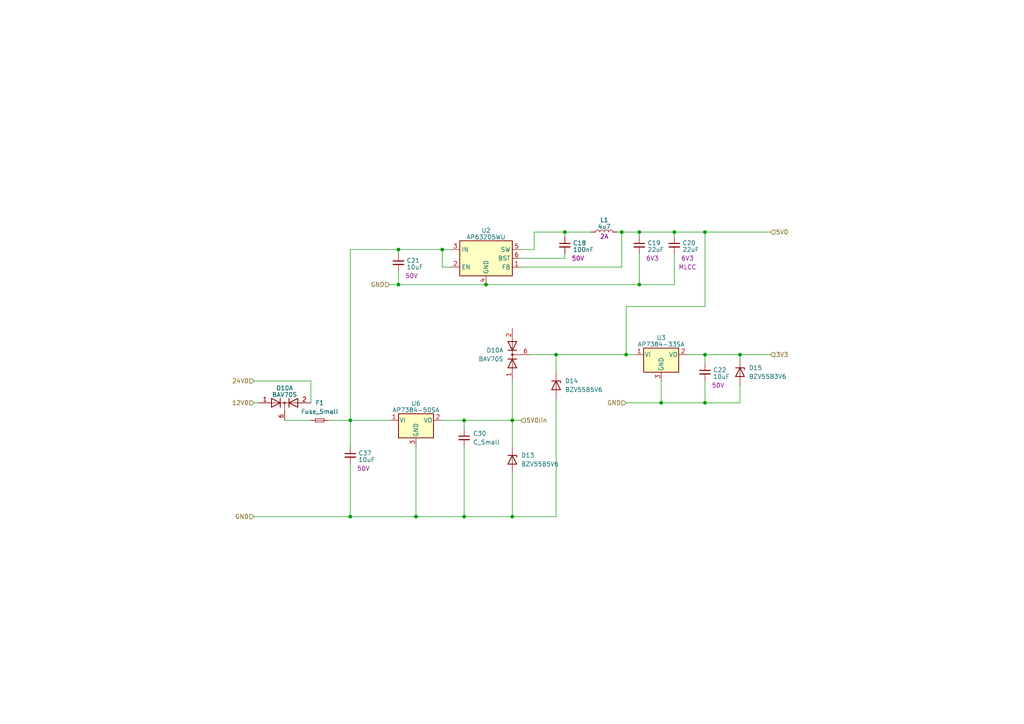
<source format=kicad_sch>
(kicad_sch (version 20230121) (generator eeschema)
  (paper "A4")
  (lib_symbols
    (symbol "Device:C_Small" (pin_numbers hide) (pin_names (offset 0.254) hide)
      (property "Reference" "C" (at 0.254 1.778 0))
      (property "Value" "C_Small" (at 0.254 -2.032 0))
      (symbol "C_Small_0_1"
        (polyline (pts (xy -1.524 -0.508) (xy 1.524 -0.508)) (stroke (width 0.3302)))
        (polyline (pts (xy -1.524 0.508) (xy 1.524 0.508)) (stroke (width 0.3048)))
      )
      (symbol "C_Small_1_1"
        (pin passive line (at 0 2.54 270) (length 2.032) (name "~") (number "1"))
        (pin passive line (at 0 -2.54 90) (length 2.032) (name "~") (number "2"))
      )
    )
    (symbol "Device:Fuse_Small" (pin_numbers hide) (pin_names (offset 0.254) hide)
      (property "Reference" "F" (at 0 -1.524 0))
      (property "Value" "Fuse_Small" (at 0 1.524 0))
      (symbol "Fuse_Small_0_1"
        (rectangle (start -1.27 0.508) (end 1.27 -0.508))
        (polyline (pts (xy -1.27 0) (xy 1.27 0)))
      )
      (symbol "Fuse_Small_1_1"
        (pin passive line (at -2.54 0 0) (length 1.27) (name "~") (number "1"))
        (pin passive line (at 2.54 0 180) (length 1.27) (name "~") (number "2"))
      )
    )
    (symbol "Device:L" (pin_numbers hide) (pin_names (offset 1.016) hide)
      (property "Reference" "L" (at -1.27 0 90))
      (property "Value" "L" (at 1.905 0 90))
      (symbol "L_0_1"
        (arc (start 0 -2.54) (mid 0.6323 -1.905) (end 0 -1.27))
        (arc (start 0 -1.27) (mid 0.6323 -0.635) (end 0 0))
        (arc (start 0 0) (mid 0.6323 0.635) (end 0 1.27))
        (arc (start 0 1.27) (mid 0.6323 1.905) (end 0 2.54))
      )
      (symbol "L_1_1"
        (pin passive line (at 0 3.81 270) (length 1.27) (name "1") (number "1"))
        (pin passive line (at 0 -3.81 90) (length 1.27) (name "2") (number "2"))
      )
    )
    (symbol "Diode:BAV70S" (pin_names (offset 0.762) hide)
      (property "Reference" "D" (at 0.635 -2.54 0))
      (property "Value" "BAV70S" (at 0 2.54 0))
      (symbol "BAV70S_0_1"
        (polyline (pts (xy -3.81 0) (xy 3.81 0)))
        (polyline (pts (xy 0 0) (xy 0 -2.54)))
        (polyline (pts (xy -1.27 -1.27) (xy -1.27 1.27) (xy -1.27 1.27)) (stroke (width 0.254)))
        (polyline (pts (xy 1.27 -1.27) (xy 1.27 1.27) (xy 1.27 1.27)) (stroke (width 0.254)))
        (polyline (pts (xy -3.81 1.27) (xy -1.27 0) (xy -3.81 -1.27) (xy -3.81 1.27) (xy -3.81 1.27) (xy -3.81 1.27)) (stroke (width 0.254)))
        (polyline (pts (xy 3.81 -1.27) (xy 1.27 0) (xy 3.81 1.27) (xy 3.81 -1.27) (xy 3.81 -1.27) (xy 3.81 -1.27)) (stroke (width 0.254)))
        (circle (center 0 0) (radius 0.254) (fill (type outline)))
      )
      (symbol "BAV70S_1_1"
        (pin passive line (at -7.62 0 0) (length 3.81) (name "A") (number "1"))
        (pin passive line (at 7.62 0 180) (length 3.81) (name "A") (number "2"))
        (pin passive line (at 0 -5.08 90) (length 2.54) (name "K") (number "6"))
      )
      (symbol "BAV70S_2_1"
        (pin passive line (at 0 -5.08 90) (length 2.54) (name "K") (number "3"))
        (pin passive line (at -7.62 0 0) (length 3.81) (name "A") (number "4"))
        (pin passive line (at 7.62 0 180) (length 3.81) (name "A") (number "5"))
      )
    )
    (symbol "Diode:BZV55B3V6" (pin_numbers hide) (pin_names hide)
      (property "Reference" "D" (at 0 2.54 0))
      (property "Value" "BZV55B3V6" (at 0 -2.54 0))
      (symbol "BZV55B3V6_0_1"
        (polyline (pts (xy 1.27 0) (xy -1.27 0)))
        (polyline (pts (xy -1.27 -1.27) (xy -1.27 1.27) (xy -0.762 1.27)) (stroke (width 0.254)))
        (polyline (pts (xy 1.27 -1.27) (xy 1.27 1.27) (xy -1.27 0) (xy 1.27 -1.27)) (stroke (width 0.254)))
      )
      (symbol "BZV55B3V6_1_1"
        (pin passive line (at -3.81 0 0) (length 2.54) (name "K") (number "1"))
        (pin passive line (at 3.81 0 180) (length 2.54) (name "A") (number "2"))
      )
    )
    (symbol "Diode:BZV55B5V6" (pin_numbers hide) (pin_names hide)
      (property "Reference" "D" (at 0 2.54 0))
      (property "Value" "BZV55B5V6" (at 0 -2.54 0))
      (symbol "BZV55B5V6_0_1"
        (polyline (pts (xy 1.27 0) (xy -1.27 0)))
        (polyline (pts (xy -1.27 -1.27) (xy -1.27 1.27) (xy -0.762 1.27)) (stroke (width 0.254)))
        (polyline (pts (xy 1.27 -1.27) (xy 1.27 1.27) (xy -1.27 0) (xy 1.27 -1.27)) (stroke (width 0.254)))
      )
      (symbol "BZV55B5V6_1_1"
        (pin passive line (at -3.81 0 0) (length 2.54) (name "K") (number "1"))
        (pin passive line (at 3.81 0 180) (length 2.54) (name "A") (number "2"))
      )
    )
    (symbol "Regulator_Linear:AP7384-33SA" (pin_names (offset 0.254))
      (property "Reference" "U" (at -3.81 3.175 0))
      (property "Value" "AP7384-33SA" (at 0 3.175 0))
      (symbol "AP7384-33SA_0_1"
        (rectangle (start -5.08 1.905) (end 5.08 -5.08) (stroke (width 0.254)) (fill (type background)))
      )
      (symbol "AP7384-33SA_1_1"
        (pin power_in line (at -7.62 0 0) (length 2.54) (name "VI") (number "1"))
        (pin power_out line (at 7.62 0 180) (length 2.54) (name "VO") (number "2"))
        (pin power_in line (at 0 -7.62 90) (length 2.54) (name "GND") (number "3"))
      )
    )
    (symbol "Regulator_Linear:AP7384-50SA" (pin_names (offset 0.254))
      (property "Reference" "U" (at -3.81 3.175 0))
      (property "Value" "AP7384-50SA" (at 0 3.175 0))
      (symbol "AP7384-50SA_0_1"
        (rectangle (start -5.08 1.905) (end 5.08 -5.08) (stroke (width 0.254)) (fill (type background)))
      )
      (symbol "AP7384-50SA_1_1"
        (pin power_in line (at -7.62 0 0) (length 2.54) (name "VI") (number "1"))
        (pin power_out line (at 7.62 0 180) (length 2.54) (name "VO") (number "2"))
        (pin power_in line (at 0 -7.62 90) (length 2.54) (name "GND") (number "3"))
      )
    )
    (symbol "Regulator_Switching:AP63205WU"
      (property "Reference" "U" (at -7.62 6.35 0))
      (property "Value" "AP63205WU" (at 2.54 6.35 0))
      (symbol "AP63205WU_0_1"
        (rectangle (start -7.62 5.08) (end 7.62 -5.08) (stroke (width 0.254)) (fill (type background)))
      )
      (symbol "AP63205WU_1_1"
        (pin input line (at 10.16 -2.54 180) (length 2.54) (name "FB") (number "1"))
        (pin input line (at -10.16 -2.54 0) (length 2.54) (name "EN") (number "2"))
        (pin power_in line (at -10.16 2.54 0) (length 2.54) (name "IN") (number "3"))
        (pin power_in line (at 0 -7.62 90) (length 2.54) (name "GND") (number "4"))
        (pin output line (at 10.16 2.54 180) (length 2.54) (name "SW") (number "5"))
        (pin passive line (at 10.16 0 180) (length 2.54) (name "BST") (number "6"))
      )
    )
  )
  (junction (at 180.34 67.31))
  (junction (at 185.42 82.55))
  (junction (at 134.62 149.86))
  (junction (at 134.62 121.92))
  (junction (at 195.58 67.31))
  (junction (at 204.47 116.84))
  (junction (at 161.29 102.87))
  (junction (at 120.65 149.86))
  (junction (at 128.27 72.39))
  (junction (at 115.57 82.55))
  (junction (at 101.6 121.92))
  (junction (at 185.42 67.31))
  (junction (at 214.63 102.87))
  (junction (at 191.77 116.84))
  (junction (at 204.47 67.31))
  (junction (at 163.83 67.31))
  (junction (at 115.57 72.39))
  (junction (at 148.59 149.86))
  (junction (at 140.97 82.55))
  (junction (at 204.47 102.87))
  (junction (at 148.59 121.92))
  (junction (at 181.61 102.87))
  (junction (at 101.6 149.86))
  (wire (pts (xy 120.65 129.54) (xy 120.65 149.86)))
  (wire (pts (xy 101.6 121.92) (xy 101.6 72.39)))
  (wire (pts (xy 101.6 72.39) (xy 115.57 72.39)))
  (wire (pts (xy 195.58 67.31) (xy 204.47 67.31)))
  (wire (pts (xy 154.94 67.31) (xy 163.83 67.31)))
  (wire (pts (xy 115.57 73.66) (xy 115.57 72.39)))
  (wire (pts (xy 204.47 105.41) (xy 204.47 102.87)))
  (wire (pts (xy 113.03 82.55) (xy 115.57 82.55)))
  (wire (pts (xy 101.6 121.92) (xy 101.6 129.54)))
  (wire (pts (xy 101.6 121.92) (xy 113.03 121.92)))
  (wire (pts (xy 185.42 67.31) (xy 185.42 68.58)))
  (wire (pts (xy 161.29 102.87) (xy 181.61 102.87)))
  (wire (pts (xy 134.62 129.54) (xy 134.62 149.86)))
  (wire (pts (xy 214.63 116.84) (xy 204.47 116.84)))
  (wire (pts (xy 115.57 72.39) (xy 128.27 72.39)))
  (wire (pts (xy 179.07 67.31) (xy 180.34 67.31)))
  (wire (pts (xy 163.83 67.31) (xy 163.83 68.58)))
  (wire (pts (xy 128.27 121.92) (xy 134.62 121.92)))
  (wire (pts (xy 151.13 72.39) (xy 154.94 72.39)))
  (wire (pts (xy 134.62 121.92) (xy 148.59 121.92)))
  (wire (pts (xy 153.67 102.87) (xy 161.29 102.87)))
  (wire (pts (xy 191.77 110.49) (xy 191.77 116.84)))
  (wire (pts (xy 185.42 82.55) (xy 195.58 82.55)))
  (wire (pts (xy 204.47 110.49) (xy 204.47 116.84)))
  (wire (pts (xy 163.83 67.31) (xy 171.45 67.31)))
  (wire (pts (xy 204.47 67.31) (xy 223.52 67.31)))
  (wire (pts (xy 204.47 102.87) (xy 214.63 102.87)))
  (wire (pts (xy 128.27 72.39) (xy 130.81 72.39)))
  (wire (pts (xy 151.13 77.47) (xy 180.34 77.47)))
  (wire (pts (xy 181.61 116.84) (xy 191.77 116.84)))
  (wire (pts (xy 161.29 149.86) (xy 148.59 149.86)))
  (wire (pts (xy 148.59 137.16) (xy 148.59 149.86)))
  (wire (pts (xy 154.94 72.39) (xy 154.94 67.31)))
  (wire (pts (xy 181.61 88.9) (xy 204.47 88.9)))
  (wire (pts (xy 214.63 111.76) (xy 214.63 116.84)))
  (wire (pts (xy 101.6 149.86) (xy 120.65 149.86)))
  (wire (pts (xy 90.17 110.49) (xy 90.17 116.84)))
  (wire (pts (xy 195.58 68.58) (xy 195.58 67.31)))
  (wire (pts (xy 204.47 88.9) (xy 204.47 67.31)))
  (wire (pts (xy 181.61 102.87) (xy 184.15 102.87)))
  (wire (pts (xy 148.59 121.92) (xy 151.13 121.92)))
  (wire (pts (xy 73.66 149.86) (xy 101.6 149.86)))
  (wire (pts (xy 148.59 110.49) (xy 148.59 121.92)))
  (wire (pts (xy 163.83 73.66) (xy 163.83 74.93)))
  (wire (pts (xy 180.34 67.31) (xy 185.42 67.31)))
  (wire (pts (xy 185.42 73.66) (xy 185.42 82.55)))
  (wire (pts (xy 180.34 77.47) (xy 180.34 67.31)))
  (wire (pts (xy 73.66 116.84) (xy 74.93 116.84)))
  (wire (pts (xy 140.97 82.55) (xy 185.42 82.55)))
  (wire (pts (xy 73.66 110.49) (xy 90.17 110.49)))
  (wire (pts (xy 101.6 134.62) (xy 101.6 149.86)))
  (wire (pts (xy 185.42 67.31) (xy 195.58 67.31)))
  (wire (pts (xy 214.63 104.14) (xy 214.63 102.87)))
  (wire (pts (xy 163.83 74.93) (xy 151.13 74.93)))
  (wire (pts (xy 130.81 77.47) (xy 128.27 77.47)))
  (wire (pts (xy 120.65 149.86) (xy 134.62 149.86)))
  (wire (pts (xy 161.29 115.57) (xy 161.29 149.86)))
  (wire (pts (xy 134.62 121.92) (xy 134.62 124.46)))
  (wire (pts (xy 148.59 149.86) (xy 134.62 149.86)))
  (wire (pts (xy 82.55 121.92) (xy 90.17 121.92)))
  (wire (pts (xy 115.57 82.55) (xy 140.97 82.55)))
  (wire (pts (xy 214.63 102.87) (xy 223.52 102.87)))
  (wire (pts (xy 115.57 78.74) (xy 115.57 82.55)))
  (wire (pts (xy 181.61 88.9) (xy 181.61 102.87)))
  (wire (pts (xy 195.58 82.55) (xy 195.58 73.66)))
  (wire (pts (xy 204.47 116.84) (xy 191.77 116.84)))
  (wire (pts (xy 161.29 102.87) (xy 161.29 107.95)))
  (wire (pts (xy 95.25 121.92) (xy 101.6 121.92)))
  (wire (pts (xy 199.39 102.87) (xy 204.47 102.87)))
  (wire (pts (xy 128.27 77.47) (xy 128.27 72.39)))
  (wire (pts (xy 148.59 121.92) (xy 148.59 129.54)))
  (hierarchical_label "12V0" (shape input) (at 73.66 116.84 180))
  (hierarchical_label "24V0" (shape input) (at 73.66 110.49 180))
  (hierarchical_label "3V3" (shape input) (at 223.52 102.87 0))
  (hierarchical_label "5V0lin" (shape input) (at 151.13 121.92 0))
  (hierarchical_label "GND" (shape input) (at 181.61 116.84 180))
  (hierarchical_label "GND" (shape input) (at 73.66 149.86 180))
  (hierarchical_label "5V0" (shape input) (at 223.52 67.31 0))
  (hierarchical_label "GND" (shape input) (at 113.03 82.55 180))
  (symbol (lib_id "Device:C_Small") (at 163.83 71.12 0) (unit 1)
    (property "Reference" "C18" (at 166.1541 70.4826 0) (effects (justify left)))
    (property "Value" "100nF" (at 166.1541 72.4036 0) (effects (justify left)))
    (property "Footprint" "Capacitor_SMD:C_0805_2012Metric_Pad1.18x1.45mm_HandSolder" (effects hide))
    (property "Voltage" "50V" (at 167.64 74.93 0))
  )
  (symbol (lib_id "Device:C_Small") (at 195.58 71.12 0) (unit 1)
    (property "Reference" "C20" (at 197.9041 70.4826 0) (effects (justify left)))
    (property "Value" "22uF" (at 197.9041 72.4036 0) (effects (justify left)))
    (property "Footprint" "Capacitor_SMD:C_0805_2012Metric_Pad1.18x1.45mm_HandSolder" (effects hide))
    (property "Voltage" "6V3" (at 199.39 74.93 0))
    (property "Type" "MLCC" (at 199.39 77.47 0))
  )
  (symbol (lib_id "Device:C_Small") (at 185.42 71.12 0) (unit 1)
    (property "Reference" "C19" (at 187.7441 70.4826 0) (effects (justify left)))
    (property "Value" "22uF" (at 187.7441 72.4036 0) (effects (justify left)))
    (property "Footprint" "Capacitor_SMD:C_0805_2012Metric_Pad1.18x1.45mm_HandSolder" (effects hide))
    (property "Voltage" "6V3" (at 189.23 74.93 0))
  )
  (symbol (lib_id "Device:L") (at 175.26 67.31 90) (unit 1)
    (property "Reference" "L1" (at 175.26 63.7947 90))
    (property "Value" "4u7" (at 175.26 65.7157 90))
    (property "Footprint" "Inductor_SMD_Wurth:L_Wurth_WE-LQSH-2010" (effects hide))
    (property "Current" "2A" (at 175.26 68.58 90))
  )
  (symbol (lib_id "Device:C_Small") (at 115.57 76.2 0) (unit 1)
    (property "Reference" "C21" (at 117.8941 75.5626 0) (effects (justify left)))
    (property "Value" "10uF" (at 117.8941 77.4836 0) (effects (justify left)))
    (property "Footprint" "Capacitor_SMD:C_1206_3216Metric_Pad1.33x1.80mm_HandSolder" (effects hide))
    (property "Voltage" "50V" (at 119.38 80.01 0))
  )
  (symbol (lib_id "Regulator_Linear:AP7384-33SA") (at 191.77 102.87 0) (unit 1)
    (property "Reference" "U3" (at 191.77 97.9551 0))
    (property "Value" "AP7384-33SA" (at 191.77 99.8761 0))
    (property "Footprint" "Package_TO_SOT_SMD:SOT-23" (effects hide))
    (property "Datasheet" "https://www.diodes.com/assets/Datasheets/AP7384.pdf" (effects hide))
  )
  (symbol (lib_id "Device:C_Small") (at 134.62 127 0) (unit 1)
    (property "Reference" "C30" (at 137.16 125.7363 0) (effects (justify left)))
    (property "Value" "C_Small" (at 137.16 128.2763 0) (effects (justify left)))
    (property "Footprint" "Capacitor_SMD:C_0805_2012Metric_Pad1.18x1.45mm_HandSolder" (effects hide))
    (instances (project "rollo control" (path "" (reference "C30") (unit 1)) (path "" (reference "C24") (unit 1))))
  )
  (symbol (lib_id "Device:Fuse_Small") (at 92.71 121.92 0) (unit 1)
    (property "Reference" "F1" (at 92.71 116.84 0))
    (property "Value" "Fuse_Small" (at 92.71 119.38 0))
    (property "Footprint" "Fuse:Fuse_1210_3225Metric_Pad1.42x2.65mm_HandSolder" (effects hide))
  )
  (symbol (lib_id "Diode:BZV55B5V6") (at 148.59 133.35 270) (unit 1)
    (property "Reference" "D13" (at 151.13 132.08 90) (effects (justify left)))
    (property "Value" "BZV55B5V6" (at 151.13 134.62 90) (effects (justify left)))
    (property "Footprint" "Diode_SMD:D_MiniMELF" (effects hide))
    (property "Datasheet" "https://assets.nexperia.com/documents/data-sheet/BZV55_SER.pdf" (effects hide))
  )
  (symbol (lib_id "Diode:BZV55B3V6") (at 214.63 107.95 270) (unit 1)
    (property "Reference" "D15" (at 217.17 106.68 90) (effects (justify left)))
    (property "Value" "BZV55B3V6" (at 217.17 109.22 90) (effects (justify left)))
    (property "Footprint" "Diode_SMD:D_MiniMELF" (effects hide))
    (property "Datasheet" "https://assets.nexperia.com/documents/data-sheet/BZV55_SER.pdf" (effects hide))
  )
  (symbol (lib_id "Diode:BZV55B5V6") (at 161.29 111.76 270) (unit 1)
    (property "Reference" "D14" (at 163.83 110.49 90) (effects (justify left)))
    (property "Value" "BZV55B5V6" (at 163.83 113.03 90) (effects (justify left)))
    (property "Footprint" "Diode_SMD:D_MiniMELF" (effects hide))
    (property "Datasheet" "https://assets.nexperia.com/documents/data-sheet/BZV55_SER.pdf" (effects hide))
  )
  (symbol (lib_id "Device:C_Small") (at 204.47 107.95 0) (unit 1)
    (property "Reference" "C22" (at 206.7941 107.3126 0) (effects (justify left)))
    (property "Value" "10uF" (at 206.7941 109.2336 0) (effects (justify left)))
    (property "Footprint" "Capacitor_SMD:C_0805_2012Metric_Pad1.18x1.45mm_HandSolder" (effects hide))
    (property "Voltage" "50V" (at 208.28 111.76 0))
  )
  (symbol (lib_id "Regulator_Switching:AP63205WU") (at 140.97 74.93 0) (unit 1)
    (property "Reference" "U2" (at 140.97 66.8401 0))
    (property "Value" "AP63205WU" (at 140.97 68.7611 0))
    (property "Footprint" "Package_TO_SOT_SMD:TSOT-23-6" (effects hide))
    (property "Datasheet" "https://www.diodes.com/assets/Datasheets/AP63200-AP63201-AP63203-AP63205.pdf" (effects hide))
  )
  (symbol (lib_id "Device:C_Small") (at 101.6 132.08 0) (unit 1)
    (property "Reference" "C37" (at 103.9241 131.4426 0) (effects (justify left)))
    (property "Value" "10uF" (at 103.9241 133.3636 0) (effects (justify left)))
    (property "Footprint" "Capacitor_SMD:C_1206_3216Metric_Pad1.33x1.80mm_HandSolder" (effects hide))
    (property "Voltage" "50V" (at 105.41 135.89 0))
  )
  (symbol (lib_id "Diode:BAV70S") (at 148.59 102.87 90) (unit 1)
    (property "Reference" "D10" (at 146.05 101.6 90) (effects (justify left)))
    (property "Value" "BAV70S" (at 146.05 104.14 90) (effects (justify left)))
    (property "Footprint" "Package_TO_SOT_SMD:SOT-323_SC-70_Handsoldering" (effects hide))
    (property "Datasheet" "https://assets.nexperia.com/documents/data-sheet/BAV70_SER.pdf" (effects hide))
    (instances (project "rollo control" (path "" (reference "D10") (unit 1)) (path "" (reference "D7") (unit 1))))
  )
  (symbol (lib_id "Diode:BAV70S") (at 82.55 116.84 0) (unit 1)
    (property "Reference" "D10" (at 82.55 112.5601 0))
    (property "Value" "BAV70S" (at 82.55 114.4811 0))
    (property "Footprint" "Package_TO_SOT_SMD:SOT-323_SC-70_Handsoldering" (effects hide))
    (property "Datasheet" "https://assets.nexperia.com/documents/data-sheet/BAV70_SER.pdf" (effects hide))
    (instances (project "rollo control" (path "" (reference "D10") (unit 1)) (path "" (reference "D8") (unit 1))))
  )
  (symbol (lib_id "Regulator_Linear:AP7384-50SA") (at 120.65 121.92 0) (unit 1)
    (property "Reference" "U6" (at 120.65 117.0051 0))
    (property "Value" "AP7384-50SA" (at 120.65 118.9261 0))
    (property "Footprint" "Package_TO_SOT_SMD:SOT-23" (effects hide))
    (property "Datasheet" "https://www.diodes.com/assets/Datasheets/AP7384.pdf" (effects hide))
    (instances (project "rollo control" (path "" (reference "U6") (unit 1)) (path "" (reference "U4") (unit 1))))
  )
)
</source>
